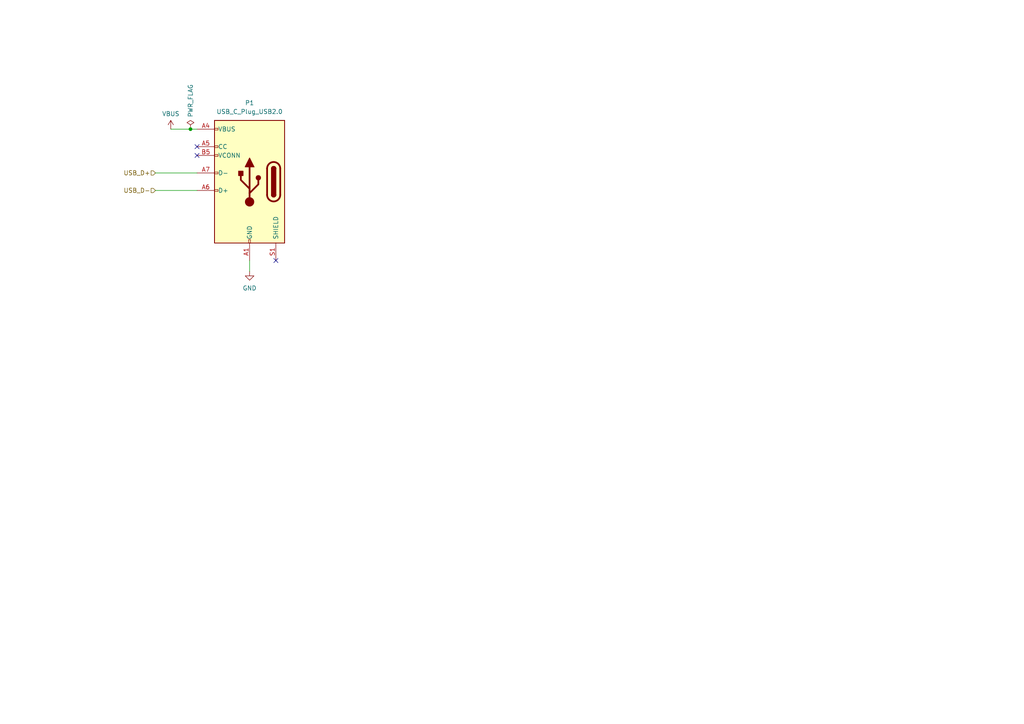
<source format=kicad_sch>
(kicad_sch (version 20230121) (generator eeschema)
  (paper "A4")
  (lib_symbols
    (symbol "Connector:USB_C_Plug_USB2.0" (pin_names (offset 1.016))
      (property "Reference" "P" (at -10.16 19.05 0))
      (property "Value" "USB_C_Plug_USB2.0" (at 12.7 19.05 0))
      (symbol "USB_C_Plug_USB2.0_0_0"
        (rectangle (start -0.254 -17.78) (end 0.254 -16.764))
        (rectangle (start 10.16 -2.286) (end 9.144 -2.794))
        (rectangle (start 10.16 2.794) (end 9.144 2.286))
        (rectangle (start 10.16 7.874) (end 9.144 7.366))
        (rectangle (start 10.16 10.414) (end 9.144 9.906))
        (rectangle (start 10.16 15.494) (end 9.144 14.986))
      )
      (symbol "USB_C_Plug_USB2.0_0_1"
        (rectangle (start -10.16 17.78) (end 10.16 -17.78) (stroke (width 0.254)) (fill (type background)))
        (arc (start -8.89 -3.81) (mid -6.985 -5.7067) (end -5.08 -3.81) (stroke (width 0.508)))
        (arc (start -7.62 -3.81) (mid -6.985 -4.4423) (end -6.35 -3.81) (stroke (width 0.254)))
        (arc (start -7.62 -3.81) (mid -6.985 -4.4423) (end -6.35 -3.81) (stroke (width 0.254)) (fill (type outline)))
        (rectangle (start -7.62 -3.81) (end -6.35 3.81) (stroke (width 0.254)) (fill (type outline)))
        (arc (start -6.35 3.81) (mid -6.985 4.4423) (end -7.62 3.81) (stroke (width 0.254)))
        (arc (start -6.35 3.81) (mid -6.985 4.4423) (end -7.62 3.81) (stroke (width 0.254)) (fill (type outline)))
        (arc (start -5.08 3.81) (mid -6.985 5.7067) (end -8.89 3.81) (stroke (width 0.508)))
        (circle (center -2.54 1.143) (radius 0.635) (stroke (width 0.254)) (fill (type outline)))
        (circle (center 0 -5.842) (radius 1.27) (fill (type outline)))
        (polyline (pts (xy -8.89 -3.81) (xy -8.89 3.81)) (stroke (width 0.508)))
        (polyline (pts (xy -5.08 3.81) (xy -5.08 -3.81)) (stroke (width 0.508)))
        (polyline (pts (xy 0 -5.842) (xy 0 4.318)) (stroke (width 0.508)))
        (polyline (pts (xy 0 -3.302) (xy -2.54 -0.762) (xy -2.54 0.508)) (stroke (width 0.508)))
        (polyline (pts (xy 0 -2.032) (xy 2.54 0.508) (xy 2.54 1.778)) (stroke (width 0.508)))
        (polyline (pts (xy -1.27 4.318) (xy 0 6.858) (xy 1.27 4.318) (xy -1.27 4.318)) (stroke (width 0.254)) (fill (type outline)))
        (rectangle (start 1.905 1.778) (end 3.175 3.048) (stroke (width 0.254)) (fill (type outline)))
      )
      (symbol "USB_C_Plug_USB2.0_1_1"
        (pin passive line (at 0 -22.86 90) (length 5.08) (name "GND") (number "A1"))
        (pin passive line (at 0 -22.86 90) (length 5.08) hide (name "GND") (number "A12"))
        (pin passive line (at 15.24 15.24 180) (length 5.08) (name "VBUS") (number "A4"))
        (pin bidirectional line (at 15.24 10.16 180) (length 5.08) (name "CC") (number "A5"))
        (pin bidirectional line (at 15.24 -2.54 180) (length 5.08) (name "D+") (number "A6"))
        (pin bidirectional line (at 15.24 2.54 180) (length 5.08) (name "D-") (number "A7"))
        (pin passive line (at 15.24 15.24 180) (length 5.08) hide (name "VBUS") (number "A9"))
        (pin passive line (at 0 -22.86 90) (length 5.08) hide (name "GND") (number "B1"))
        (pin passive line (at 0 -22.86 90) (length 5.08) hide (name "GND") (number "B12"))
        (pin passive line (at 15.24 15.24 180) (length 5.08) hide (name "VBUS") (number "B4"))
        (pin bidirectional line (at 15.24 7.62 180) (length 5.08) (name "VCONN") (number "B5"))
        (pin passive line (at 15.24 15.24 180) (length 5.08) hide (name "VBUS") (number "B9"))
        (pin passive line (at -7.62 -22.86 90) (length 5.08) (name "SHIELD") (number "S1"))
      )
    )
    (symbol "power:GND" (power) (pin_names (offset 0))
      (property "Value" "GND" (at 0 -3.81 0))
      (symbol "GND_0_1"
        (polyline (pts (xy 0 0) (xy 0 -1.27) (xy 1.27 -1.27) (xy 0 -2.54) (xy -1.27 -1.27) (xy 0 -1.27)))
      )
      (symbol "GND_1_1"
        (pin power_in line (at 0 0 270) (length 0) hide (name "GND") (number "1"))
      )
    )
    (symbol "power:PWR_FLAG" (power) (pin_numbers hide) (pin_names (offset 0) hide)
      (property "Value" "PWR_FLAG" (at 0 3.81 0))
      (symbol "PWR_FLAG_0_0"
        (pin power_out line (at 0 0 90) (length 0) (name "pwr") (number "1"))
      )
      (symbol "PWR_FLAG_0_1"
        (polyline (pts (xy 0 0) (xy 0 1.27) (xy -1.016 1.905) (xy 0 2.54) (xy 1.016 1.905) (xy 0 1.27)))
      )
    )
    (symbol "power:VBUS" (power) (pin_names (offset 0))
      (property "Value" "VBUS" (at 0 3.81 0))
      (symbol "VBUS_0_1"
        (polyline (pts (xy -0.762 1.27) (xy 0 2.54)))
        (polyline (pts (xy 0 0) (xy 0 2.54)))
        (polyline (pts (xy 0 2.54) (xy 0.762 1.27)))
      )
      (symbol "VBUS_1_1"
        (pin power_in line (at 0 0 90) (length 0) hide (name "VBUS") (number "1"))
      )
    )
  )
  (junction (at 55.245 37.465))
  (no_connect (at 57.15 42.545))
  (no_connect (at 80.01 75.565))
  (no_connect (at 57.15 45.085))
  (wire (pts (xy 55.245 37.465) (xy 57.15 37.465)))
  (wire (pts (xy 45.085 50.165) (xy 57.15 50.165)))
  (wire (pts (xy 49.53 37.465) (xy 55.245 37.465)))
  (wire (pts (xy 72.39 75.565) (xy 72.39 78.74)))
  (wire (pts (xy 45.085 55.245) (xy 57.15 55.245)))
  (hierarchical_label "USB_D+" (shape input) (at 45.085 50.165 180))
  (hierarchical_label "USB_D-" (shape input) (at 45.085 55.245 180))
  (symbol (lib_id "power:PWR_FLAG") (at 55.245 37.465 0) (unit 1)
    (property "Reference" "#FLG02" (effects hide))
    (property "Value" "PWR_FLAG" (at 55.245 29.21 90))
  )
  (symbol (lib_id "Connector:USB_C_Plug_USB2.0") (at 72.39 52.705 0) (mirror y) (unit 1)
    (property "Reference" "P1" (at 72.39 29.845 0))
    (property "Value" "USB_C_Plug_USB2.0" (at 72.39 32.385 0))
    (property "Footprint" "Connector_USB:USB_C_Receptacle_GCT_USB4105-xx-A_16P_TopMnt_Horizontal" (effects hide))
    (property "Datasheet" "https://www.usb.org/sites/default/files/documents/usb_type-c.zip" (effects hide))
  )
  (symbol (lib_id "power:GND") (at 72.39 78.74 0) (unit 1)
    (property "Reference" "#PWR021" (effects hide))
    (property "Value" "GND" (at 72.39 83.5775 0))
  )
  (symbol (lib_id "power:VBUS") (at 49.53 37.465 0) (unit 1)
    (property "Reference" "#PWR022" (effects hide))
    (property "Value" "VBUS" (at 49.53 33.02 0))
  )
)
</source>
